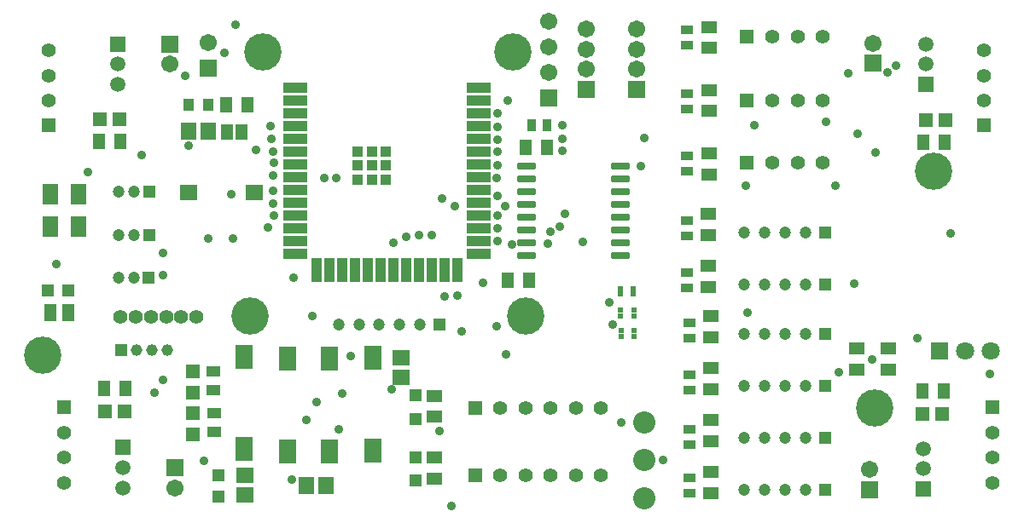
<source format=gts>
%FSTAX23Y23*%
%MOIN*%
%SFA1B1*%

%IPPOS*%
%AMD61*
4,1,8,0.037500,-0.008900,0.037500,0.008900,0.031500,0.014800,-0.031500,0.014800,-0.037500,0.008900,-0.037500,-0.008900,-0.031500,-0.014800,0.031500,-0.014800,0.037500,-0.008900,0.0*
1,1,0.011898,0.031500,-0.008900*
1,1,0.011898,0.031500,0.008900*
1,1,0.011898,-0.031500,0.008900*
1,1,0.011898,-0.031500,-0.008900*
%
%ADD26R,0.039370X0.049212*%
%ADD28R,0.049689X0.037594*%
%ADD29R,0.059378X0.047500*%
%ADD30R,0.047500X0.059378*%
%ADD34R,0.037594X0.049689*%
%ADD35R,0.053342X0.057563*%
%ADD36R,0.045275X0.045275*%
%ADD38R,0.047244X0.047244*%
%ADD43R,0.047244X0.047244*%
%ADD45R,0.055441X0.039626*%
%ADD46R,0.043433X0.043433*%
%ADD47R,0.043433X0.096582*%
%ADD48R,0.096582X0.043433*%
%ADD49R,0.023748X0.022961*%
%ADD50R,0.061937X0.083197*%
%ADD51C,0.086740*%
%ADD52R,0.059181X0.051307*%
%ADD53R,0.051307X0.059181*%
%ADD54R,0.070992X0.093827*%
%ADD55R,0.070992X0.094614*%
%ADD56R,0.069023X0.061149*%
%ADD57R,0.067055X0.063118*%
%ADD58R,0.049338X0.065086*%
%ADD59R,0.051307X0.061149*%
%ADD60R,0.063118X0.067055*%
G04~CAMADD=61~8~0.0~0.0~296.5~749.3~59.5~0.0~15~0.0~0.0~0.0~0.0~0~0.0~0.0~0.0~0.0~0~0.0~0.0~0.0~270.0~750.0~297.0*
%ADD61D61*%
%ADD62R,0.055244X0.055244*%
%ADD63C,0.047244*%
%ADD64C,0.070992*%
%ADD65R,0.070992X0.070992*%
%ADD66C,0.067055*%
%ADD67R,0.067055X0.067055*%
%ADD68C,0.055118*%
%ADD69R,0.055118X0.055118*%
%ADD70C,0.059181*%
%ADD71R,0.059181X0.059181*%
%ADD72C,0.045275*%
%ADD73R,0.045275X0.045275*%
%ADD74C,0.055559*%
%ADD75R,0.055118X0.055118*%
%ADD76C,0.145795*%
%ADD77C,0.035559*%
%LNpcb1-1*%
%LPD*%
G54D26*
X08515Y0508D03*
X08594D03*
G54D28*
X10462Y04365D03*
Y04426D03*
Y04568D03*
Y04629D03*
X10472Y04168D03*
Y04229D03*
Y03965D03*
Y04026D03*
Y0375D03*
Y03811D03*
Y0356D03*
Y03621D03*
X10462Y04881D03*
Y0482D03*
Y05126D03*
Y05065D03*
Y05376D03*
Y05315D03*
G54D29*
X1125Y04127D03*
Y04044D03*
X11128Y04127D03*
Y04044D03*
G54D30*
X09762Y04393D03*
X09845D03*
X08746Y0508D03*
X08663D03*
G54D34*
X09916Y05002D03*
X09855D03*
G54D35*
X08169Y05025D03*
X08246D03*
X08266Y0388D03*
X08189D03*
X11461Y03872D03*
X11384D03*
X11396Y05022D03*
X11473D03*
G54D36*
X09404Y0361D03*
Y03702D03*
Y03852D03*
Y03944D03*
G54D38*
X08634Y03549D03*
Y03631D03*
G54D43*
X08047Y04355D03*
X07965D03*
X11003Y04582D03*
Y03777D03*
Y04183D03*
Y03574D03*
Y04379D03*
Y0398D03*
X08362Y0474D03*
Y04572D03*
X08361Y04403D03*
X09498Y04222D03*
G54D45*
X08618Y038D03*
Y03875D03*
X08612Y03963D03*
Y04038D03*
G54D46*
X09287Y04899D03*
X09232D03*
X09177D03*
X09287Y04788D03*
X09232D03*
X09177D03*
X09287Y04844D03*
X09177D03*
X09232D03*
G54D47*
X09566Y04433D03*
X09516D03*
X09466D03*
X09416D03*
X09366D03*
X09316D03*
X09266D03*
X09216D03*
X09166D03*
X09116D03*
X09066D03*
X09016D03*
G54D48*
X09651Y05148D03*
Y04498D03*
Y04548D03*
Y04598D03*
Y04648D03*
Y04698D03*
Y04748D03*
Y04798D03*
Y04848D03*
Y04898D03*
Y04948D03*
Y04998D03*
Y05048D03*
Y05098D03*
X08932Y04997D03*
Y04947D03*
Y04897D03*
Y04847D03*
Y04797D03*
Y04747D03*
Y04697D03*
Y04647D03*
Y04597D03*
Y04547D03*
Y04497D03*
Y05047D03*
Y05097D03*
Y05147D03*
G54D49*
X10206Y04198D03*
Y04176D03*
X10204Y04279D03*
Y04256D03*
Y0434D03*
Y04362D03*
X10255Y04176D03*
Y04198D03*
Y04256D03*
Y04278D03*
X10253Y04362D03*
Y0434D03*
G54D50*
X08087Y0473D03*
X07975D03*
X08087Y04606D03*
X07975D03*
G54D51*
X10295Y03838D03*
Y0369D03*
X10295Y0354D03*
G54D52*
X10548Y04368D03*
Y0445D03*
X09477Y03619D03*
Y03701D03*
Y0386D03*
Y03942D03*
X10548Y0457D03*
Y04653D03*
X10558Y04171D03*
Y04253D03*
Y03968D03*
Y04051D03*
Y03765D03*
Y03848D03*
Y03562D03*
Y03645D03*
X10549Y04892D03*
Y04809D03*
X10551Y05139D03*
Y05057D03*
Y05385D03*
Y05303D03*
G54D53*
X09915Y04914D03*
X09832D03*
X08167Y04937D03*
X0825D03*
X08271Y03972D03*
X08188D03*
X11467Y0396D03*
X11384D03*
X11388Y04935D03*
X11471D03*
G54D54*
X09068Y03725D03*
X08902Y04087D03*
X08733Y04095D03*
X09237Y03729D03*
G54D55*
X09068Y04087D03*
X08902Y03725D03*
X08733Y03733D03*
X09237Y0409D03*
G54D56*
X08736Y03555D03*
Y03632D03*
G54D57*
X08772Y04737D03*
X08517D03*
X09347Y04016D03*
Y0409D03*
G54D58*
X08047Y04267D03*
X07975D03*
G54D59*
X08667Y04976D03*
X08722D03*
G54D60*
X08592Y04979D03*
X08517D03*
X09052Y03592D03*
X08977D03*
G54D61*
X09836Y0484D03*
Y0479D03*
Y0474D03*
Y0469D03*
Y0464D03*
Y0459D03*
Y0454D03*
Y0449D03*
X10202Y0484D03*
Y0479D03*
Y0474D03*
Y0469D03*
Y0464D03*
Y0459D03*
Y0454D03*
Y0449D03*
G54D62*
X08532Y03875D03*
Y03792D03*
X08533Y04039D03*
Y03956D03*
G54D63*
X10688Y04582D03*
X10767D03*
X10846D03*
X10925D03*
X10688Y03777D03*
X10767D03*
X10846D03*
X10925D03*
X10688Y04183D03*
X10767D03*
X10846D03*
X10925D03*
X10688Y03574D03*
X10767D03*
X10846D03*
X10925D03*
X10688Y04379D03*
X10767D03*
X10846D03*
X10925D03*
X10688Y0398D03*
X10767D03*
X10846D03*
X10925D03*
X08244Y0474D03*
X08303D03*
X08244Y04572D03*
X08303D03*
X08243Y04403D03*
X08302D03*
X09104Y04222D03*
X09183D03*
X09261D03*
X0934D03*
X09419D03*
G54D64*
X11651Y04119D03*
X11551D03*
G54D65*
X11451Y04119D03*
G54D66*
X10268Y05377D03*
Y0522D03*
Y05299D03*
X1007Y05377D03*
Y0522D03*
Y05299D03*
X09924Y05409D03*
Y05309D03*
Y05209D03*
X08592Y05326D03*
X11189Y05322D03*
X11176Y03655D03*
X08444Y0524D03*
X08464Y03582D03*
G54D67*
X10268Y05141D03*
X1007D03*
X09924Y05109D03*
X08592Y05226D03*
X11189Y05244D03*
X11176Y03576D03*
X08444Y05318D03*
X08464Y03661D03*
G54D68*
X10127Y03893D03*
X10029D03*
X09931D03*
X09832D03*
X09734D03*
X10127Y03631D03*
X10029D03*
X09931D03*
X09832D03*
X09734D03*
X10797Y05347D03*
X10895D03*
X10994D03*
X10797Y05098D03*
X10895D03*
X10994D03*
X10797Y04853D03*
X10895D03*
X10994D03*
X0797Y05098D03*
Y05196D03*
Y05295D03*
X08031Y03799D03*
Y037D03*
Y03602D03*
X11655Y03799D03*
Y037D03*
Y03602D03*
X11624Y05098D03*
Y05196D03*
Y05295D03*
G54D69*
X09635Y03893D03*
Y03631D03*
X10698Y05347D03*
Y05098D03*
Y04853D03*
G54D70*
X0824Y05161D03*
Y0524D03*
X08259Y03582D03*
Y03661D03*
X11387Y03736D03*
Y03657D03*
X11395Y05318D03*
Y0524D03*
G54D71*
X0824Y05318D03*
X08259Y0374D03*
X11387Y03578D03*
X11395Y05161D03*
G54D72*
X08432Y04121D03*
X08373D03*
X08313D03*
G54D73*
X08254Y04121D03*
G54D74*
X08251Y04251D03*
X08311D03*
X0837D03*
X08429D03*
X08488D03*
X08547D03*
G54D75*
X0797Y05D03*
X08031Y03897D03*
X11655D03*
X11624Y05D03*
G54D76*
X11428Y04821D03*
X11196Y03893D03*
X07948Y04102D03*
X09832Y04253D03*
X08756D03*
X08806Y05287D03*
X09783D03*
G54D77*
X09092Y04794D03*
X09045Y04793D03*
X09721Y04794D03*
X11057Y04033D03*
X11187Y04083D03*
X09316Y04542D03*
X08382Y03956D03*
X09921Y04539D03*
X08658Y05285D03*
X08683Y04732D03*
X08825Y046D03*
X08849Y04647D03*
X09466Y0457D03*
X09417Y0457D03*
X09365Y04565D03*
X10701Y04267D03*
X09495Y03805D03*
X08517Y04921D03*
X11645Y04027D03*
X09986Y04654D03*
X08837Y04998D03*
X08839Y04947D03*
X08779Y04905D03*
X08122Y04818D03*
X09515Y0433D03*
X09566Y04334D03*
X08577Y03688D03*
X112Y04896D03*
X11492Y04578D03*
X11246Y05208D03*
X11279Y05236D03*
X08925Y04405D03*
X09Y04255D03*
X09311Y03968D03*
X09118Y03952D03*
X09149Y04098D03*
X0972Y04216D03*
X10283Y04842D03*
X09967Y04603D03*
X0993Y04583D03*
X10055Y04543D03*
X11007Y05015D03*
X10161Y04307D03*
X10173Y0422D03*
X09102Y03811D03*
X0885Y04854D03*
X08848Y04897D03*
X08333Y04884D03*
X08417Y04413D03*
Y04501D03*
X11118Y04381D03*
X11364Y04168D03*
X09582Y04196D03*
X10295Y04952D03*
X09976Y04901D03*
X09724Y04996D03*
X09976Y04948D03*
Y05D03*
X1037Y03692D03*
X11043Y04763D03*
X10692D03*
X09724Y04944D03*
X09763Y05098D03*
X09724Y05048D03*
Y04598D03*
X09665Y04385D03*
X09779Y04535D03*
X09756Y04104D03*
X11129Y04968D03*
X09543Y03511D03*
X08848Y04744D03*
Y04696D03*
Y04803D03*
X10206Y03838D03*
X0869Y04557D03*
X08592D03*
X09557Y04685D03*
X09724Y04724D03*
X09753Y04685D03*
X09724Y04649D03*
X08503Y05196D03*
X08919Y03614D03*
X08415Y04005D03*
X08978Y03848D03*
X09015Y03917D03*
X08001Y04458D03*
X087Y05393D03*
X10728Y05D03*
X09724Y04547D03*
X09507Y04714D03*
X11092Y05206D03*
X09724Y04846D03*
Y04897D03*
M02*
</source>
